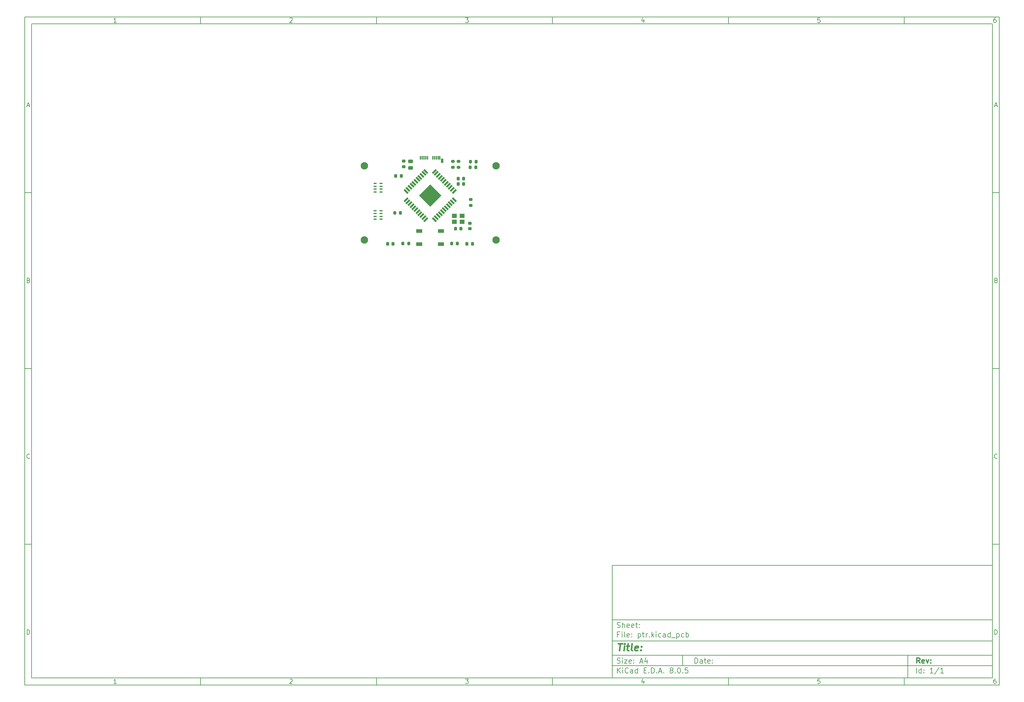
<source format=gbr>
%TF.GenerationSoftware,KiCad,Pcbnew,8.0.5*%
%TF.CreationDate,2024-11-03T20:33:15+08:00*%
%TF.ProjectId,ptr,7074722e-6b69-4636-9164-5f7063625858,rev?*%
%TF.SameCoordinates,Original*%
%TF.FileFunction,Soldermask,Bot*%
%TF.FilePolarity,Negative*%
%FSLAX46Y46*%
G04 Gerber Fmt 4.6, Leading zero omitted, Abs format (unit mm)*
G04 Created by KiCad (PCBNEW 8.0.5) date 2024-11-03 20:33:15*
%MOMM*%
%LPD*%
G01*
G04 APERTURE LIST*
G04 Aperture macros list*
%AMRoundRect*
0 Rectangle with rounded corners*
0 $1 Rounding radius*
0 $2 $3 $4 $5 $6 $7 $8 $9 X,Y pos of 4 corners*
0 Add a 4 corners polygon primitive as box body*
4,1,4,$2,$3,$4,$5,$6,$7,$8,$9,$2,$3,0*
0 Add four circle primitives for the rounded corners*
1,1,$1+$1,$2,$3*
1,1,$1+$1,$4,$5*
1,1,$1+$1,$6,$7*
1,1,$1+$1,$8,$9*
0 Add four rect primitives between the rounded corners*
20,1,$1+$1,$2,$3,$4,$5,0*
20,1,$1+$1,$4,$5,$6,$7,0*
20,1,$1+$1,$6,$7,$8,$9,0*
20,1,$1+$1,$8,$9,$2,$3,0*%
%AMRotRect*
0 Rectangle, with rotation*
0 The origin of the aperture is its center*
0 $1 length*
0 $2 width*
0 $3 Rotation angle, in degrees counterclockwise*
0 Add horizontal line*
21,1,$1,$2,0,0,$3*%
G04 Aperture macros list end*
%ADD10C,0.100000*%
%ADD11C,0.150000*%
%ADD12C,0.300000*%
%ADD13C,0.400000*%
%ADD14C,2.100000*%
%ADD15R,0.380000X1.000000*%
%ADD16R,0.700000X1.150000*%
%ADD17RoundRect,0.218750X0.218750X0.256250X-0.218750X0.256250X-0.218750X-0.256250X0.218750X-0.256250X0*%
%ADD18RoundRect,0.243750X-0.456250X0.243750X-0.456250X-0.243750X0.456250X-0.243750X0.456250X0.243750X0*%
%ADD19RoundRect,0.225000X-0.225000X-0.250000X0.225000X-0.250000X0.225000X0.250000X-0.225000X0.250000X0*%
%ADD20RoundRect,0.225000X-0.250000X0.225000X-0.250000X-0.225000X0.250000X-0.225000X0.250000X0.225000X0*%
%ADD21RoundRect,0.200000X-0.275000X0.200000X-0.275000X-0.200000X0.275000X-0.200000X0.275000X0.200000X0*%
%ADD22RoundRect,0.200000X-0.200000X-0.275000X0.200000X-0.275000X0.200000X0.275000X-0.200000X0.275000X0*%
%ADD23R,1.800000X1.100000*%
%ADD24RoundRect,0.218750X-0.218750X-0.256250X0.218750X-0.256250X0.218750X0.256250X-0.218750X0.256250X0*%
%ADD25R,1.400000X1.200000*%
%ADD26R,0.900000X0.400000*%
%ADD27RoundRect,0.200000X0.200000X0.275000X-0.200000X0.275000X-0.200000X-0.275000X0.200000X-0.275000X0*%
%ADD28RoundRect,0.225000X0.225000X0.250000X-0.225000X0.250000X-0.225000X-0.250000X0.225000X-0.250000X0*%
%ADD29RoundRect,0.200000X0.275000X-0.200000X0.275000X0.200000X-0.275000X0.200000X-0.275000X-0.200000X0*%
%ADD30RoundRect,0.225000X0.250000X-0.225000X0.250000X0.225000X-0.250000X0.225000X-0.250000X-0.225000X0*%
%ADD31RotRect,1.500000X0.550000X225.000000*%
%ADD32RotRect,1.500000X0.550000X135.000000*%
%ADD33RotRect,4.500000X4.500000X225.000000*%
G04 APERTURE END LIST*
D10*
D11*
X177002200Y-166007200D02*
X285002200Y-166007200D01*
X285002200Y-198007200D01*
X177002200Y-198007200D01*
X177002200Y-166007200D01*
D10*
D11*
X10000000Y-10000000D02*
X287002200Y-10000000D01*
X287002200Y-200007200D01*
X10000000Y-200007200D01*
X10000000Y-10000000D01*
D10*
D11*
X12000000Y-12000000D02*
X285002200Y-12000000D01*
X285002200Y-198007200D01*
X12000000Y-198007200D01*
X12000000Y-12000000D01*
D10*
D11*
X60000000Y-12000000D02*
X60000000Y-10000000D01*
D10*
D11*
X110000000Y-12000000D02*
X110000000Y-10000000D01*
D10*
D11*
X160000000Y-12000000D02*
X160000000Y-10000000D01*
D10*
D11*
X210000000Y-12000000D02*
X210000000Y-10000000D01*
D10*
D11*
X260000000Y-12000000D02*
X260000000Y-10000000D01*
D10*
D11*
X36089160Y-11593604D02*
X35346303Y-11593604D01*
X35717731Y-11593604D02*
X35717731Y-10293604D01*
X35717731Y-10293604D02*
X35593922Y-10479319D01*
X35593922Y-10479319D02*
X35470112Y-10603128D01*
X35470112Y-10603128D02*
X35346303Y-10665033D01*
D10*
D11*
X85346303Y-10417414D02*
X85408207Y-10355509D01*
X85408207Y-10355509D02*
X85532017Y-10293604D01*
X85532017Y-10293604D02*
X85841541Y-10293604D01*
X85841541Y-10293604D02*
X85965350Y-10355509D01*
X85965350Y-10355509D02*
X86027255Y-10417414D01*
X86027255Y-10417414D02*
X86089160Y-10541223D01*
X86089160Y-10541223D02*
X86089160Y-10665033D01*
X86089160Y-10665033D02*
X86027255Y-10850747D01*
X86027255Y-10850747D02*
X85284398Y-11593604D01*
X85284398Y-11593604D02*
X86089160Y-11593604D01*
D10*
D11*
X135284398Y-10293604D02*
X136089160Y-10293604D01*
X136089160Y-10293604D02*
X135655826Y-10788842D01*
X135655826Y-10788842D02*
X135841541Y-10788842D01*
X135841541Y-10788842D02*
X135965350Y-10850747D01*
X135965350Y-10850747D02*
X136027255Y-10912652D01*
X136027255Y-10912652D02*
X136089160Y-11036461D01*
X136089160Y-11036461D02*
X136089160Y-11345985D01*
X136089160Y-11345985D02*
X136027255Y-11469795D01*
X136027255Y-11469795D02*
X135965350Y-11531700D01*
X135965350Y-11531700D02*
X135841541Y-11593604D01*
X135841541Y-11593604D02*
X135470112Y-11593604D01*
X135470112Y-11593604D02*
X135346303Y-11531700D01*
X135346303Y-11531700D02*
X135284398Y-11469795D01*
D10*
D11*
X185965350Y-10726938D02*
X185965350Y-11593604D01*
X185655826Y-10231700D02*
X185346303Y-11160271D01*
X185346303Y-11160271D02*
X186151064Y-11160271D01*
D10*
D11*
X236027255Y-10293604D02*
X235408207Y-10293604D01*
X235408207Y-10293604D02*
X235346303Y-10912652D01*
X235346303Y-10912652D02*
X235408207Y-10850747D01*
X235408207Y-10850747D02*
X235532017Y-10788842D01*
X235532017Y-10788842D02*
X235841541Y-10788842D01*
X235841541Y-10788842D02*
X235965350Y-10850747D01*
X235965350Y-10850747D02*
X236027255Y-10912652D01*
X236027255Y-10912652D02*
X236089160Y-11036461D01*
X236089160Y-11036461D02*
X236089160Y-11345985D01*
X236089160Y-11345985D02*
X236027255Y-11469795D01*
X236027255Y-11469795D02*
X235965350Y-11531700D01*
X235965350Y-11531700D02*
X235841541Y-11593604D01*
X235841541Y-11593604D02*
X235532017Y-11593604D01*
X235532017Y-11593604D02*
X235408207Y-11531700D01*
X235408207Y-11531700D02*
X235346303Y-11469795D01*
D10*
D11*
X285965350Y-10293604D02*
X285717731Y-10293604D01*
X285717731Y-10293604D02*
X285593922Y-10355509D01*
X285593922Y-10355509D02*
X285532017Y-10417414D01*
X285532017Y-10417414D02*
X285408207Y-10603128D01*
X285408207Y-10603128D02*
X285346303Y-10850747D01*
X285346303Y-10850747D02*
X285346303Y-11345985D01*
X285346303Y-11345985D02*
X285408207Y-11469795D01*
X285408207Y-11469795D02*
X285470112Y-11531700D01*
X285470112Y-11531700D02*
X285593922Y-11593604D01*
X285593922Y-11593604D02*
X285841541Y-11593604D01*
X285841541Y-11593604D02*
X285965350Y-11531700D01*
X285965350Y-11531700D02*
X286027255Y-11469795D01*
X286027255Y-11469795D02*
X286089160Y-11345985D01*
X286089160Y-11345985D02*
X286089160Y-11036461D01*
X286089160Y-11036461D02*
X286027255Y-10912652D01*
X286027255Y-10912652D02*
X285965350Y-10850747D01*
X285965350Y-10850747D02*
X285841541Y-10788842D01*
X285841541Y-10788842D02*
X285593922Y-10788842D01*
X285593922Y-10788842D02*
X285470112Y-10850747D01*
X285470112Y-10850747D02*
X285408207Y-10912652D01*
X285408207Y-10912652D02*
X285346303Y-11036461D01*
D10*
D11*
X60000000Y-198007200D02*
X60000000Y-200007200D01*
D10*
D11*
X110000000Y-198007200D02*
X110000000Y-200007200D01*
D10*
D11*
X160000000Y-198007200D02*
X160000000Y-200007200D01*
D10*
D11*
X210000000Y-198007200D02*
X210000000Y-200007200D01*
D10*
D11*
X260000000Y-198007200D02*
X260000000Y-200007200D01*
D10*
D11*
X36089160Y-199600804D02*
X35346303Y-199600804D01*
X35717731Y-199600804D02*
X35717731Y-198300804D01*
X35717731Y-198300804D02*
X35593922Y-198486519D01*
X35593922Y-198486519D02*
X35470112Y-198610328D01*
X35470112Y-198610328D02*
X35346303Y-198672233D01*
D10*
D11*
X85346303Y-198424614D02*
X85408207Y-198362709D01*
X85408207Y-198362709D02*
X85532017Y-198300804D01*
X85532017Y-198300804D02*
X85841541Y-198300804D01*
X85841541Y-198300804D02*
X85965350Y-198362709D01*
X85965350Y-198362709D02*
X86027255Y-198424614D01*
X86027255Y-198424614D02*
X86089160Y-198548423D01*
X86089160Y-198548423D02*
X86089160Y-198672233D01*
X86089160Y-198672233D02*
X86027255Y-198857947D01*
X86027255Y-198857947D02*
X85284398Y-199600804D01*
X85284398Y-199600804D02*
X86089160Y-199600804D01*
D10*
D11*
X135284398Y-198300804D02*
X136089160Y-198300804D01*
X136089160Y-198300804D02*
X135655826Y-198796042D01*
X135655826Y-198796042D02*
X135841541Y-198796042D01*
X135841541Y-198796042D02*
X135965350Y-198857947D01*
X135965350Y-198857947D02*
X136027255Y-198919852D01*
X136027255Y-198919852D02*
X136089160Y-199043661D01*
X136089160Y-199043661D02*
X136089160Y-199353185D01*
X136089160Y-199353185D02*
X136027255Y-199476995D01*
X136027255Y-199476995D02*
X135965350Y-199538900D01*
X135965350Y-199538900D02*
X135841541Y-199600804D01*
X135841541Y-199600804D02*
X135470112Y-199600804D01*
X135470112Y-199600804D02*
X135346303Y-199538900D01*
X135346303Y-199538900D02*
X135284398Y-199476995D01*
D10*
D11*
X185965350Y-198734138D02*
X185965350Y-199600804D01*
X185655826Y-198238900D02*
X185346303Y-199167471D01*
X185346303Y-199167471D02*
X186151064Y-199167471D01*
D10*
D11*
X236027255Y-198300804D02*
X235408207Y-198300804D01*
X235408207Y-198300804D02*
X235346303Y-198919852D01*
X235346303Y-198919852D02*
X235408207Y-198857947D01*
X235408207Y-198857947D02*
X235532017Y-198796042D01*
X235532017Y-198796042D02*
X235841541Y-198796042D01*
X235841541Y-198796042D02*
X235965350Y-198857947D01*
X235965350Y-198857947D02*
X236027255Y-198919852D01*
X236027255Y-198919852D02*
X236089160Y-199043661D01*
X236089160Y-199043661D02*
X236089160Y-199353185D01*
X236089160Y-199353185D02*
X236027255Y-199476995D01*
X236027255Y-199476995D02*
X235965350Y-199538900D01*
X235965350Y-199538900D02*
X235841541Y-199600804D01*
X235841541Y-199600804D02*
X235532017Y-199600804D01*
X235532017Y-199600804D02*
X235408207Y-199538900D01*
X235408207Y-199538900D02*
X235346303Y-199476995D01*
D10*
D11*
X285965350Y-198300804D02*
X285717731Y-198300804D01*
X285717731Y-198300804D02*
X285593922Y-198362709D01*
X285593922Y-198362709D02*
X285532017Y-198424614D01*
X285532017Y-198424614D02*
X285408207Y-198610328D01*
X285408207Y-198610328D02*
X285346303Y-198857947D01*
X285346303Y-198857947D02*
X285346303Y-199353185D01*
X285346303Y-199353185D02*
X285408207Y-199476995D01*
X285408207Y-199476995D02*
X285470112Y-199538900D01*
X285470112Y-199538900D02*
X285593922Y-199600804D01*
X285593922Y-199600804D02*
X285841541Y-199600804D01*
X285841541Y-199600804D02*
X285965350Y-199538900D01*
X285965350Y-199538900D02*
X286027255Y-199476995D01*
X286027255Y-199476995D02*
X286089160Y-199353185D01*
X286089160Y-199353185D02*
X286089160Y-199043661D01*
X286089160Y-199043661D02*
X286027255Y-198919852D01*
X286027255Y-198919852D02*
X285965350Y-198857947D01*
X285965350Y-198857947D02*
X285841541Y-198796042D01*
X285841541Y-198796042D02*
X285593922Y-198796042D01*
X285593922Y-198796042D02*
X285470112Y-198857947D01*
X285470112Y-198857947D02*
X285408207Y-198919852D01*
X285408207Y-198919852D02*
X285346303Y-199043661D01*
D10*
D11*
X10000000Y-60000000D02*
X12000000Y-60000000D01*
D10*
D11*
X10000000Y-110000000D02*
X12000000Y-110000000D01*
D10*
D11*
X10000000Y-160000000D02*
X12000000Y-160000000D01*
D10*
D11*
X10690476Y-35222176D02*
X11309523Y-35222176D01*
X10566666Y-35593604D02*
X10999999Y-34293604D01*
X10999999Y-34293604D02*
X11433333Y-35593604D01*
D10*
D11*
X11092857Y-84912652D02*
X11278571Y-84974557D01*
X11278571Y-84974557D02*
X11340476Y-85036461D01*
X11340476Y-85036461D02*
X11402380Y-85160271D01*
X11402380Y-85160271D02*
X11402380Y-85345985D01*
X11402380Y-85345985D02*
X11340476Y-85469795D01*
X11340476Y-85469795D02*
X11278571Y-85531700D01*
X11278571Y-85531700D02*
X11154761Y-85593604D01*
X11154761Y-85593604D02*
X10659523Y-85593604D01*
X10659523Y-85593604D02*
X10659523Y-84293604D01*
X10659523Y-84293604D02*
X11092857Y-84293604D01*
X11092857Y-84293604D02*
X11216666Y-84355509D01*
X11216666Y-84355509D02*
X11278571Y-84417414D01*
X11278571Y-84417414D02*
X11340476Y-84541223D01*
X11340476Y-84541223D02*
X11340476Y-84665033D01*
X11340476Y-84665033D02*
X11278571Y-84788842D01*
X11278571Y-84788842D02*
X11216666Y-84850747D01*
X11216666Y-84850747D02*
X11092857Y-84912652D01*
X11092857Y-84912652D02*
X10659523Y-84912652D01*
D10*
D11*
X11402380Y-135469795D02*
X11340476Y-135531700D01*
X11340476Y-135531700D02*
X11154761Y-135593604D01*
X11154761Y-135593604D02*
X11030952Y-135593604D01*
X11030952Y-135593604D02*
X10845238Y-135531700D01*
X10845238Y-135531700D02*
X10721428Y-135407890D01*
X10721428Y-135407890D02*
X10659523Y-135284080D01*
X10659523Y-135284080D02*
X10597619Y-135036461D01*
X10597619Y-135036461D02*
X10597619Y-134850747D01*
X10597619Y-134850747D02*
X10659523Y-134603128D01*
X10659523Y-134603128D02*
X10721428Y-134479319D01*
X10721428Y-134479319D02*
X10845238Y-134355509D01*
X10845238Y-134355509D02*
X11030952Y-134293604D01*
X11030952Y-134293604D02*
X11154761Y-134293604D01*
X11154761Y-134293604D02*
X11340476Y-134355509D01*
X11340476Y-134355509D02*
X11402380Y-134417414D01*
D10*
D11*
X10659523Y-185593604D02*
X10659523Y-184293604D01*
X10659523Y-184293604D02*
X10969047Y-184293604D01*
X10969047Y-184293604D02*
X11154761Y-184355509D01*
X11154761Y-184355509D02*
X11278571Y-184479319D01*
X11278571Y-184479319D02*
X11340476Y-184603128D01*
X11340476Y-184603128D02*
X11402380Y-184850747D01*
X11402380Y-184850747D02*
X11402380Y-185036461D01*
X11402380Y-185036461D02*
X11340476Y-185284080D01*
X11340476Y-185284080D02*
X11278571Y-185407890D01*
X11278571Y-185407890D02*
X11154761Y-185531700D01*
X11154761Y-185531700D02*
X10969047Y-185593604D01*
X10969047Y-185593604D02*
X10659523Y-185593604D01*
D10*
D11*
X287002200Y-60000000D02*
X285002200Y-60000000D01*
D10*
D11*
X287002200Y-110000000D02*
X285002200Y-110000000D01*
D10*
D11*
X287002200Y-160000000D02*
X285002200Y-160000000D01*
D10*
D11*
X285692676Y-35222176D02*
X286311723Y-35222176D01*
X285568866Y-35593604D02*
X286002199Y-34293604D01*
X286002199Y-34293604D02*
X286435533Y-35593604D01*
D10*
D11*
X286095057Y-84912652D02*
X286280771Y-84974557D01*
X286280771Y-84974557D02*
X286342676Y-85036461D01*
X286342676Y-85036461D02*
X286404580Y-85160271D01*
X286404580Y-85160271D02*
X286404580Y-85345985D01*
X286404580Y-85345985D02*
X286342676Y-85469795D01*
X286342676Y-85469795D02*
X286280771Y-85531700D01*
X286280771Y-85531700D02*
X286156961Y-85593604D01*
X286156961Y-85593604D02*
X285661723Y-85593604D01*
X285661723Y-85593604D02*
X285661723Y-84293604D01*
X285661723Y-84293604D02*
X286095057Y-84293604D01*
X286095057Y-84293604D02*
X286218866Y-84355509D01*
X286218866Y-84355509D02*
X286280771Y-84417414D01*
X286280771Y-84417414D02*
X286342676Y-84541223D01*
X286342676Y-84541223D02*
X286342676Y-84665033D01*
X286342676Y-84665033D02*
X286280771Y-84788842D01*
X286280771Y-84788842D02*
X286218866Y-84850747D01*
X286218866Y-84850747D02*
X286095057Y-84912652D01*
X286095057Y-84912652D02*
X285661723Y-84912652D01*
D10*
D11*
X286404580Y-135469795D02*
X286342676Y-135531700D01*
X286342676Y-135531700D02*
X286156961Y-135593604D01*
X286156961Y-135593604D02*
X286033152Y-135593604D01*
X286033152Y-135593604D02*
X285847438Y-135531700D01*
X285847438Y-135531700D02*
X285723628Y-135407890D01*
X285723628Y-135407890D02*
X285661723Y-135284080D01*
X285661723Y-135284080D02*
X285599819Y-135036461D01*
X285599819Y-135036461D02*
X285599819Y-134850747D01*
X285599819Y-134850747D02*
X285661723Y-134603128D01*
X285661723Y-134603128D02*
X285723628Y-134479319D01*
X285723628Y-134479319D02*
X285847438Y-134355509D01*
X285847438Y-134355509D02*
X286033152Y-134293604D01*
X286033152Y-134293604D02*
X286156961Y-134293604D01*
X286156961Y-134293604D02*
X286342676Y-134355509D01*
X286342676Y-134355509D02*
X286404580Y-134417414D01*
D10*
D11*
X285661723Y-185593604D02*
X285661723Y-184293604D01*
X285661723Y-184293604D02*
X285971247Y-184293604D01*
X285971247Y-184293604D02*
X286156961Y-184355509D01*
X286156961Y-184355509D02*
X286280771Y-184479319D01*
X286280771Y-184479319D02*
X286342676Y-184603128D01*
X286342676Y-184603128D02*
X286404580Y-184850747D01*
X286404580Y-184850747D02*
X286404580Y-185036461D01*
X286404580Y-185036461D02*
X286342676Y-185284080D01*
X286342676Y-185284080D02*
X286280771Y-185407890D01*
X286280771Y-185407890D02*
X286156961Y-185531700D01*
X286156961Y-185531700D02*
X285971247Y-185593604D01*
X285971247Y-185593604D02*
X285661723Y-185593604D01*
D10*
D11*
X200458026Y-193793328D02*
X200458026Y-192293328D01*
X200458026Y-192293328D02*
X200815169Y-192293328D01*
X200815169Y-192293328D02*
X201029455Y-192364757D01*
X201029455Y-192364757D02*
X201172312Y-192507614D01*
X201172312Y-192507614D02*
X201243741Y-192650471D01*
X201243741Y-192650471D02*
X201315169Y-192936185D01*
X201315169Y-192936185D02*
X201315169Y-193150471D01*
X201315169Y-193150471D02*
X201243741Y-193436185D01*
X201243741Y-193436185D02*
X201172312Y-193579042D01*
X201172312Y-193579042D02*
X201029455Y-193721900D01*
X201029455Y-193721900D02*
X200815169Y-193793328D01*
X200815169Y-193793328D02*
X200458026Y-193793328D01*
X202600884Y-193793328D02*
X202600884Y-193007614D01*
X202600884Y-193007614D02*
X202529455Y-192864757D01*
X202529455Y-192864757D02*
X202386598Y-192793328D01*
X202386598Y-192793328D02*
X202100884Y-192793328D01*
X202100884Y-192793328D02*
X201958026Y-192864757D01*
X202600884Y-193721900D02*
X202458026Y-193793328D01*
X202458026Y-193793328D02*
X202100884Y-193793328D01*
X202100884Y-193793328D02*
X201958026Y-193721900D01*
X201958026Y-193721900D02*
X201886598Y-193579042D01*
X201886598Y-193579042D02*
X201886598Y-193436185D01*
X201886598Y-193436185D02*
X201958026Y-193293328D01*
X201958026Y-193293328D02*
X202100884Y-193221900D01*
X202100884Y-193221900D02*
X202458026Y-193221900D01*
X202458026Y-193221900D02*
X202600884Y-193150471D01*
X203100884Y-192793328D02*
X203672312Y-192793328D01*
X203315169Y-192293328D02*
X203315169Y-193579042D01*
X203315169Y-193579042D02*
X203386598Y-193721900D01*
X203386598Y-193721900D02*
X203529455Y-193793328D01*
X203529455Y-193793328D02*
X203672312Y-193793328D01*
X204743741Y-193721900D02*
X204600884Y-193793328D01*
X204600884Y-193793328D02*
X204315170Y-193793328D01*
X204315170Y-193793328D02*
X204172312Y-193721900D01*
X204172312Y-193721900D02*
X204100884Y-193579042D01*
X204100884Y-193579042D02*
X204100884Y-193007614D01*
X204100884Y-193007614D02*
X204172312Y-192864757D01*
X204172312Y-192864757D02*
X204315170Y-192793328D01*
X204315170Y-192793328D02*
X204600884Y-192793328D01*
X204600884Y-192793328D02*
X204743741Y-192864757D01*
X204743741Y-192864757D02*
X204815170Y-193007614D01*
X204815170Y-193007614D02*
X204815170Y-193150471D01*
X204815170Y-193150471D02*
X204100884Y-193293328D01*
X205458026Y-193650471D02*
X205529455Y-193721900D01*
X205529455Y-193721900D02*
X205458026Y-193793328D01*
X205458026Y-193793328D02*
X205386598Y-193721900D01*
X205386598Y-193721900D02*
X205458026Y-193650471D01*
X205458026Y-193650471D02*
X205458026Y-193793328D01*
X205458026Y-192864757D02*
X205529455Y-192936185D01*
X205529455Y-192936185D02*
X205458026Y-193007614D01*
X205458026Y-193007614D02*
X205386598Y-192936185D01*
X205386598Y-192936185D02*
X205458026Y-192864757D01*
X205458026Y-192864757D02*
X205458026Y-193007614D01*
D10*
D11*
X177002200Y-194507200D02*
X285002200Y-194507200D01*
D10*
D11*
X178458026Y-196593328D02*
X178458026Y-195093328D01*
X179315169Y-196593328D02*
X178672312Y-195736185D01*
X179315169Y-195093328D02*
X178458026Y-195950471D01*
X179958026Y-196593328D02*
X179958026Y-195593328D01*
X179958026Y-195093328D02*
X179886598Y-195164757D01*
X179886598Y-195164757D02*
X179958026Y-195236185D01*
X179958026Y-195236185D02*
X180029455Y-195164757D01*
X180029455Y-195164757D02*
X179958026Y-195093328D01*
X179958026Y-195093328D02*
X179958026Y-195236185D01*
X181529455Y-196450471D02*
X181458027Y-196521900D01*
X181458027Y-196521900D02*
X181243741Y-196593328D01*
X181243741Y-196593328D02*
X181100884Y-196593328D01*
X181100884Y-196593328D02*
X180886598Y-196521900D01*
X180886598Y-196521900D02*
X180743741Y-196379042D01*
X180743741Y-196379042D02*
X180672312Y-196236185D01*
X180672312Y-196236185D02*
X180600884Y-195950471D01*
X180600884Y-195950471D02*
X180600884Y-195736185D01*
X180600884Y-195736185D02*
X180672312Y-195450471D01*
X180672312Y-195450471D02*
X180743741Y-195307614D01*
X180743741Y-195307614D02*
X180886598Y-195164757D01*
X180886598Y-195164757D02*
X181100884Y-195093328D01*
X181100884Y-195093328D02*
X181243741Y-195093328D01*
X181243741Y-195093328D02*
X181458027Y-195164757D01*
X181458027Y-195164757D02*
X181529455Y-195236185D01*
X182815170Y-196593328D02*
X182815170Y-195807614D01*
X182815170Y-195807614D02*
X182743741Y-195664757D01*
X182743741Y-195664757D02*
X182600884Y-195593328D01*
X182600884Y-195593328D02*
X182315170Y-195593328D01*
X182315170Y-195593328D02*
X182172312Y-195664757D01*
X182815170Y-196521900D02*
X182672312Y-196593328D01*
X182672312Y-196593328D02*
X182315170Y-196593328D01*
X182315170Y-196593328D02*
X182172312Y-196521900D01*
X182172312Y-196521900D02*
X182100884Y-196379042D01*
X182100884Y-196379042D02*
X182100884Y-196236185D01*
X182100884Y-196236185D02*
X182172312Y-196093328D01*
X182172312Y-196093328D02*
X182315170Y-196021900D01*
X182315170Y-196021900D02*
X182672312Y-196021900D01*
X182672312Y-196021900D02*
X182815170Y-195950471D01*
X184172313Y-196593328D02*
X184172313Y-195093328D01*
X184172313Y-196521900D02*
X184029455Y-196593328D01*
X184029455Y-196593328D02*
X183743741Y-196593328D01*
X183743741Y-196593328D02*
X183600884Y-196521900D01*
X183600884Y-196521900D02*
X183529455Y-196450471D01*
X183529455Y-196450471D02*
X183458027Y-196307614D01*
X183458027Y-196307614D02*
X183458027Y-195879042D01*
X183458027Y-195879042D02*
X183529455Y-195736185D01*
X183529455Y-195736185D02*
X183600884Y-195664757D01*
X183600884Y-195664757D02*
X183743741Y-195593328D01*
X183743741Y-195593328D02*
X184029455Y-195593328D01*
X184029455Y-195593328D02*
X184172313Y-195664757D01*
X186029455Y-195807614D02*
X186529455Y-195807614D01*
X186743741Y-196593328D02*
X186029455Y-196593328D01*
X186029455Y-196593328D02*
X186029455Y-195093328D01*
X186029455Y-195093328D02*
X186743741Y-195093328D01*
X187386598Y-196450471D02*
X187458027Y-196521900D01*
X187458027Y-196521900D02*
X187386598Y-196593328D01*
X187386598Y-196593328D02*
X187315170Y-196521900D01*
X187315170Y-196521900D02*
X187386598Y-196450471D01*
X187386598Y-196450471D02*
X187386598Y-196593328D01*
X188100884Y-196593328D02*
X188100884Y-195093328D01*
X188100884Y-195093328D02*
X188458027Y-195093328D01*
X188458027Y-195093328D02*
X188672313Y-195164757D01*
X188672313Y-195164757D02*
X188815170Y-195307614D01*
X188815170Y-195307614D02*
X188886599Y-195450471D01*
X188886599Y-195450471D02*
X188958027Y-195736185D01*
X188958027Y-195736185D02*
X188958027Y-195950471D01*
X188958027Y-195950471D02*
X188886599Y-196236185D01*
X188886599Y-196236185D02*
X188815170Y-196379042D01*
X188815170Y-196379042D02*
X188672313Y-196521900D01*
X188672313Y-196521900D02*
X188458027Y-196593328D01*
X188458027Y-196593328D02*
X188100884Y-196593328D01*
X189600884Y-196450471D02*
X189672313Y-196521900D01*
X189672313Y-196521900D02*
X189600884Y-196593328D01*
X189600884Y-196593328D02*
X189529456Y-196521900D01*
X189529456Y-196521900D02*
X189600884Y-196450471D01*
X189600884Y-196450471D02*
X189600884Y-196593328D01*
X190243742Y-196164757D02*
X190958028Y-196164757D01*
X190100885Y-196593328D02*
X190600885Y-195093328D01*
X190600885Y-195093328D02*
X191100885Y-196593328D01*
X191600884Y-196450471D02*
X191672313Y-196521900D01*
X191672313Y-196521900D02*
X191600884Y-196593328D01*
X191600884Y-196593328D02*
X191529456Y-196521900D01*
X191529456Y-196521900D02*
X191600884Y-196450471D01*
X191600884Y-196450471D02*
X191600884Y-196593328D01*
X193672313Y-195736185D02*
X193529456Y-195664757D01*
X193529456Y-195664757D02*
X193458027Y-195593328D01*
X193458027Y-195593328D02*
X193386599Y-195450471D01*
X193386599Y-195450471D02*
X193386599Y-195379042D01*
X193386599Y-195379042D02*
X193458027Y-195236185D01*
X193458027Y-195236185D02*
X193529456Y-195164757D01*
X193529456Y-195164757D02*
X193672313Y-195093328D01*
X193672313Y-195093328D02*
X193958027Y-195093328D01*
X193958027Y-195093328D02*
X194100885Y-195164757D01*
X194100885Y-195164757D02*
X194172313Y-195236185D01*
X194172313Y-195236185D02*
X194243742Y-195379042D01*
X194243742Y-195379042D02*
X194243742Y-195450471D01*
X194243742Y-195450471D02*
X194172313Y-195593328D01*
X194172313Y-195593328D02*
X194100885Y-195664757D01*
X194100885Y-195664757D02*
X193958027Y-195736185D01*
X193958027Y-195736185D02*
X193672313Y-195736185D01*
X193672313Y-195736185D02*
X193529456Y-195807614D01*
X193529456Y-195807614D02*
X193458027Y-195879042D01*
X193458027Y-195879042D02*
X193386599Y-196021900D01*
X193386599Y-196021900D02*
X193386599Y-196307614D01*
X193386599Y-196307614D02*
X193458027Y-196450471D01*
X193458027Y-196450471D02*
X193529456Y-196521900D01*
X193529456Y-196521900D02*
X193672313Y-196593328D01*
X193672313Y-196593328D02*
X193958027Y-196593328D01*
X193958027Y-196593328D02*
X194100885Y-196521900D01*
X194100885Y-196521900D02*
X194172313Y-196450471D01*
X194172313Y-196450471D02*
X194243742Y-196307614D01*
X194243742Y-196307614D02*
X194243742Y-196021900D01*
X194243742Y-196021900D02*
X194172313Y-195879042D01*
X194172313Y-195879042D02*
X194100885Y-195807614D01*
X194100885Y-195807614D02*
X193958027Y-195736185D01*
X194886598Y-196450471D02*
X194958027Y-196521900D01*
X194958027Y-196521900D02*
X194886598Y-196593328D01*
X194886598Y-196593328D02*
X194815170Y-196521900D01*
X194815170Y-196521900D02*
X194886598Y-196450471D01*
X194886598Y-196450471D02*
X194886598Y-196593328D01*
X195886599Y-195093328D02*
X196029456Y-195093328D01*
X196029456Y-195093328D02*
X196172313Y-195164757D01*
X196172313Y-195164757D02*
X196243742Y-195236185D01*
X196243742Y-195236185D02*
X196315170Y-195379042D01*
X196315170Y-195379042D02*
X196386599Y-195664757D01*
X196386599Y-195664757D02*
X196386599Y-196021900D01*
X196386599Y-196021900D02*
X196315170Y-196307614D01*
X196315170Y-196307614D02*
X196243742Y-196450471D01*
X196243742Y-196450471D02*
X196172313Y-196521900D01*
X196172313Y-196521900D02*
X196029456Y-196593328D01*
X196029456Y-196593328D02*
X195886599Y-196593328D01*
X195886599Y-196593328D02*
X195743742Y-196521900D01*
X195743742Y-196521900D02*
X195672313Y-196450471D01*
X195672313Y-196450471D02*
X195600884Y-196307614D01*
X195600884Y-196307614D02*
X195529456Y-196021900D01*
X195529456Y-196021900D02*
X195529456Y-195664757D01*
X195529456Y-195664757D02*
X195600884Y-195379042D01*
X195600884Y-195379042D02*
X195672313Y-195236185D01*
X195672313Y-195236185D02*
X195743742Y-195164757D01*
X195743742Y-195164757D02*
X195886599Y-195093328D01*
X197029455Y-196450471D02*
X197100884Y-196521900D01*
X197100884Y-196521900D02*
X197029455Y-196593328D01*
X197029455Y-196593328D02*
X196958027Y-196521900D01*
X196958027Y-196521900D02*
X197029455Y-196450471D01*
X197029455Y-196450471D02*
X197029455Y-196593328D01*
X198458027Y-195093328D02*
X197743741Y-195093328D01*
X197743741Y-195093328D02*
X197672313Y-195807614D01*
X197672313Y-195807614D02*
X197743741Y-195736185D01*
X197743741Y-195736185D02*
X197886599Y-195664757D01*
X197886599Y-195664757D02*
X198243741Y-195664757D01*
X198243741Y-195664757D02*
X198386599Y-195736185D01*
X198386599Y-195736185D02*
X198458027Y-195807614D01*
X198458027Y-195807614D02*
X198529456Y-195950471D01*
X198529456Y-195950471D02*
X198529456Y-196307614D01*
X198529456Y-196307614D02*
X198458027Y-196450471D01*
X198458027Y-196450471D02*
X198386599Y-196521900D01*
X198386599Y-196521900D02*
X198243741Y-196593328D01*
X198243741Y-196593328D02*
X197886599Y-196593328D01*
X197886599Y-196593328D02*
X197743741Y-196521900D01*
X197743741Y-196521900D02*
X197672313Y-196450471D01*
D10*
D11*
X177002200Y-191507200D02*
X285002200Y-191507200D01*
D10*
D12*
X264413853Y-193785528D02*
X263913853Y-193071242D01*
X263556710Y-193785528D02*
X263556710Y-192285528D01*
X263556710Y-192285528D02*
X264128139Y-192285528D01*
X264128139Y-192285528D02*
X264270996Y-192356957D01*
X264270996Y-192356957D02*
X264342425Y-192428385D01*
X264342425Y-192428385D02*
X264413853Y-192571242D01*
X264413853Y-192571242D02*
X264413853Y-192785528D01*
X264413853Y-192785528D02*
X264342425Y-192928385D01*
X264342425Y-192928385D02*
X264270996Y-192999814D01*
X264270996Y-192999814D02*
X264128139Y-193071242D01*
X264128139Y-193071242D02*
X263556710Y-193071242D01*
X265628139Y-193714100D02*
X265485282Y-193785528D01*
X265485282Y-193785528D02*
X265199568Y-193785528D01*
X265199568Y-193785528D02*
X265056710Y-193714100D01*
X265056710Y-193714100D02*
X264985282Y-193571242D01*
X264985282Y-193571242D02*
X264985282Y-192999814D01*
X264985282Y-192999814D02*
X265056710Y-192856957D01*
X265056710Y-192856957D02*
X265199568Y-192785528D01*
X265199568Y-192785528D02*
X265485282Y-192785528D01*
X265485282Y-192785528D02*
X265628139Y-192856957D01*
X265628139Y-192856957D02*
X265699568Y-192999814D01*
X265699568Y-192999814D02*
X265699568Y-193142671D01*
X265699568Y-193142671D02*
X264985282Y-193285528D01*
X266199567Y-192785528D02*
X266556710Y-193785528D01*
X266556710Y-193785528D02*
X266913853Y-192785528D01*
X267485281Y-193642671D02*
X267556710Y-193714100D01*
X267556710Y-193714100D02*
X267485281Y-193785528D01*
X267485281Y-193785528D02*
X267413853Y-193714100D01*
X267413853Y-193714100D02*
X267485281Y-193642671D01*
X267485281Y-193642671D02*
X267485281Y-193785528D01*
X267485281Y-192856957D02*
X267556710Y-192928385D01*
X267556710Y-192928385D02*
X267485281Y-192999814D01*
X267485281Y-192999814D02*
X267413853Y-192928385D01*
X267413853Y-192928385D02*
X267485281Y-192856957D01*
X267485281Y-192856957D02*
X267485281Y-192999814D01*
D10*
D11*
X178386598Y-193721900D02*
X178600884Y-193793328D01*
X178600884Y-193793328D02*
X178958026Y-193793328D01*
X178958026Y-193793328D02*
X179100884Y-193721900D01*
X179100884Y-193721900D02*
X179172312Y-193650471D01*
X179172312Y-193650471D02*
X179243741Y-193507614D01*
X179243741Y-193507614D02*
X179243741Y-193364757D01*
X179243741Y-193364757D02*
X179172312Y-193221900D01*
X179172312Y-193221900D02*
X179100884Y-193150471D01*
X179100884Y-193150471D02*
X178958026Y-193079042D01*
X178958026Y-193079042D02*
X178672312Y-193007614D01*
X178672312Y-193007614D02*
X178529455Y-192936185D01*
X178529455Y-192936185D02*
X178458026Y-192864757D01*
X178458026Y-192864757D02*
X178386598Y-192721900D01*
X178386598Y-192721900D02*
X178386598Y-192579042D01*
X178386598Y-192579042D02*
X178458026Y-192436185D01*
X178458026Y-192436185D02*
X178529455Y-192364757D01*
X178529455Y-192364757D02*
X178672312Y-192293328D01*
X178672312Y-192293328D02*
X179029455Y-192293328D01*
X179029455Y-192293328D02*
X179243741Y-192364757D01*
X179886597Y-193793328D02*
X179886597Y-192793328D01*
X179886597Y-192293328D02*
X179815169Y-192364757D01*
X179815169Y-192364757D02*
X179886597Y-192436185D01*
X179886597Y-192436185D02*
X179958026Y-192364757D01*
X179958026Y-192364757D02*
X179886597Y-192293328D01*
X179886597Y-192293328D02*
X179886597Y-192436185D01*
X180458026Y-192793328D02*
X181243741Y-192793328D01*
X181243741Y-192793328D02*
X180458026Y-193793328D01*
X180458026Y-193793328D02*
X181243741Y-193793328D01*
X182386598Y-193721900D02*
X182243741Y-193793328D01*
X182243741Y-193793328D02*
X181958027Y-193793328D01*
X181958027Y-193793328D02*
X181815169Y-193721900D01*
X181815169Y-193721900D02*
X181743741Y-193579042D01*
X181743741Y-193579042D02*
X181743741Y-193007614D01*
X181743741Y-193007614D02*
X181815169Y-192864757D01*
X181815169Y-192864757D02*
X181958027Y-192793328D01*
X181958027Y-192793328D02*
X182243741Y-192793328D01*
X182243741Y-192793328D02*
X182386598Y-192864757D01*
X182386598Y-192864757D02*
X182458027Y-193007614D01*
X182458027Y-193007614D02*
X182458027Y-193150471D01*
X182458027Y-193150471D02*
X181743741Y-193293328D01*
X183100883Y-193650471D02*
X183172312Y-193721900D01*
X183172312Y-193721900D02*
X183100883Y-193793328D01*
X183100883Y-193793328D02*
X183029455Y-193721900D01*
X183029455Y-193721900D02*
X183100883Y-193650471D01*
X183100883Y-193650471D02*
X183100883Y-193793328D01*
X183100883Y-192864757D02*
X183172312Y-192936185D01*
X183172312Y-192936185D02*
X183100883Y-193007614D01*
X183100883Y-193007614D02*
X183029455Y-192936185D01*
X183029455Y-192936185D02*
X183100883Y-192864757D01*
X183100883Y-192864757D02*
X183100883Y-193007614D01*
X184886598Y-193364757D02*
X185600884Y-193364757D01*
X184743741Y-193793328D02*
X185243741Y-192293328D01*
X185243741Y-192293328D02*
X185743741Y-193793328D01*
X186886598Y-192793328D02*
X186886598Y-193793328D01*
X186529455Y-192221900D02*
X186172312Y-193293328D01*
X186172312Y-193293328D02*
X187100883Y-193293328D01*
D10*
D11*
X263458026Y-196593328D02*
X263458026Y-195093328D01*
X264815170Y-196593328D02*
X264815170Y-195093328D01*
X264815170Y-196521900D02*
X264672312Y-196593328D01*
X264672312Y-196593328D02*
X264386598Y-196593328D01*
X264386598Y-196593328D02*
X264243741Y-196521900D01*
X264243741Y-196521900D02*
X264172312Y-196450471D01*
X264172312Y-196450471D02*
X264100884Y-196307614D01*
X264100884Y-196307614D02*
X264100884Y-195879042D01*
X264100884Y-195879042D02*
X264172312Y-195736185D01*
X264172312Y-195736185D02*
X264243741Y-195664757D01*
X264243741Y-195664757D02*
X264386598Y-195593328D01*
X264386598Y-195593328D02*
X264672312Y-195593328D01*
X264672312Y-195593328D02*
X264815170Y-195664757D01*
X265529455Y-196450471D02*
X265600884Y-196521900D01*
X265600884Y-196521900D02*
X265529455Y-196593328D01*
X265529455Y-196593328D02*
X265458027Y-196521900D01*
X265458027Y-196521900D02*
X265529455Y-196450471D01*
X265529455Y-196450471D02*
X265529455Y-196593328D01*
X265529455Y-195664757D02*
X265600884Y-195736185D01*
X265600884Y-195736185D02*
X265529455Y-195807614D01*
X265529455Y-195807614D02*
X265458027Y-195736185D01*
X265458027Y-195736185D02*
X265529455Y-195664757D01*
X265529455Y-195664757D02*
X265529455Y-195807614D01*
X268172313Y-196593328D02*
X267315170Y-196593328D01*
X267743741Y-196593328D02*
X267743741Y-195093328D01*
X267743741Y-195093328D02*
X267600884Y-195307614D01*
X267600884Y-195307614D02*
X267458027Y-195450471D01*
X267458027Y-195450471D02*
X267315170Y-195521900D01*
X269886598Y-195021900D02*
X268600884Y-196950471D01*
X271172313Y-196593328D02*
X270315170Y-196593328D01*
X270743741Y-196593328D02*
X270743741Y-195093328D01*
X270743741Y-195093328D02*
X270600884Y-195307614D01*
X270600884Y-195307614D02*
X270458027Y-195450471D01*
X270458027Y-195450471D02*
X270315170Y-195521900D01*
D10*
D11*
X177002200Y-187507200D02*
X285002200Y-187507200D01*
D10*
D13*
X178693928Y-188211638D02*
X179836785Y-188211638D01*
X179015357Y-190211638D02*
X179265357Y-188211638D01*
X180253452Y-190211638D02*
X180420119Y-188878304D01*
X180503452Y-188211638D02*
X180396309Y-188306876D01*
X180396309Y-188306876D02*
X180479643Y-188402114D01*
X180479643Y-188402114D02*
X180586786Y-188306876D01*
X180586786Y-188306876D02*
X180503452Y-188211638D01*
X180503452Y-188211638D02*
X180479643Y-188402114D01*
X181086786Y-188878304D02*
X181848690Y-188878304D01*
X181455833Y-188211638D02*
X181241548Y-189925923D01*
X181241548Y-189925923D02*
X181312976Y-190116400D01*
X181312976Y-190116400D02*
X181491548Y-190211638D01*
X181491548Y-190211638D02*
X181682024Y-190211638D01*
X182634405Y-190211638D02*
X182455833Y-190116400D01*
X182455833Y-190116400D02*
X182384405Y-189925923D01*
X182384405Y-189925923D02*
X182598690Y-188211638D01*
X184170119Y-190116400D02*
X183967738Y-190211638D01*
X183967738Y-190211638D02*
X183586785Y-190211638D01*
X183586785Y-190211638D02*
X183408214Y-190116400D01*
X183408214Y-190116400D02*
X183336785Y-189925923D01*
X183336785Y-189925923D02*
X183432024Y-189164019D01*
X183432024Y-189164019D02*
X183551071Y-188973542D01*
X183551071Y-188973542D02*
X183753452Y-188878304D01*
X183753452Y-188878304D02*
X184134404Y-188878304D01*
X184134404Y-188878304D02*
X184312976Y-188973542D01*
X184312976Y-188973542D02*
X184384404Y-189164019D01*
X184384404Y-189164019D02*
X184360595Y-189354495D01*
X184360595Y-189354495D02*
X183384404Y-189544971D01*
X185134405Y-190021161D02*
X185217738Y-190116400D01*
X185217738Y-190116400D02*
X185110595Y-190211638D01*
X185110595Y-190211638D02*
X185027262Y-190116400D01*
X185027262Y-190116400D02*
X185134405Y-190021161D01*
X185134405Y-190021161D02*
X185110595Y-190211638D01*
X185265357Y-188973542D02*
X185348690Y-189068780D01*
X185348690Y-189068780D02*
X185241548Y-189164019D01*
X185241548Y-189164019D02*
X185158214Y-189068780D01*
X185158214Y-189068780D02*
X185265357Y-188973542D01*
X185265357Y-188973542D02*
X185241548Y-189164019D01*
D10*
D11*
X178958026Y-185607614D02*
X178458026Y-185607614D01*
X178458026Y-186393328D02*
X178458026Y-184893328D01*
X178458026Y-184893328D02*
X179172312Y-184893328D01*
X179743740Y-186393328D02*
X179743740Y-185393328D01*
X179743740Y-184893328D02*
X179672312Y-184964757D01*
X179672312Y-184964757D02*
X179743740Y-185036185D01*
X179743740Y-185036185D02*
X179815169Y-184964757D01*
X179815169Y-184964757D02*
X179743740Y-184893328D01*
X179743740Y-184893328D02*
X179743740Y-185036185D01*
X180672312Y-186393328D02*
X180529455Y-186321900D01*
X180529455Y-186321900D02*
X180458026Y-186179042D01*
X180458026Y-186179042D02*
X180458026Y-184893328D01*
X181815169Y-186321900D02*
X181672312Y-186393328D01*
X181672312Y-186393328D02*
X181386598Y-186393328D01*
X181386598Y-186393328D02*
X181243740Y-186321900D01*
X181243740Y-186321900D02*
X181172312Y-186179042D01*
X181172312Y-186179042D02*
X181172312Y-185607614D01*
X181172312Y-185607614D02*
X181243740Y-185464757D01*
X181243740Y-185464757D02*
X181386598Y-185393328D01*
X181386598Y-185393328D02*
X181672312Y-185393328D01*
X181672312Y-185393328D02*
X181815169Y-185464757D01*
X181815169Y-185464757D02*
X181886598Y-185607614D01*
X181886598Y-185607614D02*
X181886598Y-185750471D01*
X181886598Y-185750471D02*
X181172312Y-185893328D01*
X182529454Y-186250471D02*
X182600883Y-186321900D01*
X182600883Y-186321900D02*
X182529454Y-186393328D01*
X182529454Y-186393328D02*
X182458026Y-186321900D01*
X182458026Y-186321900D02*
X182529454Y-186250471D01*
X182529454Y-186250471D02*
X182529454Y-186393328D01*
X182529454Y-185464757D02*
X182600883Y-185536185D01*
X182600883Y-185536185D02*
X182529454Y-185607614D01*
X182529454Y-185607614D02*
X182458026Y-185536185D01*
X182458026Y-185536185D02*
X182529454Y-185464757D01*
X182529454Y-185464757D02*
X182529454Y-185607614D01*
X184386597Y-185393328D02*
X184386597Y-186893328D01*
X184386597Y-185464757D02*
X184529455Y-185393328D01*
X184529455Y-185393328D02*
X184815169Y-185393328D01*
X184815169Y-185393328D02*
X184958026Y-185464757D01*
X184958026Y-185464757D02*
X185029455Y-185536185D01*
X185029455Y-185536185D02*
X185100883Y-185679042D01*
X185100883Y-185679042D02*
X185100883Y-186107614D01*
X185100883Y-186107614D02*
X185029455Y-186250471D01*
X185029455Y-186250471D02*
X184958026Y-186321900D01*
X184958026Y-186321900D02*
X184815169Y-186393328D01*
X184815169Y-186393328D02*
X184529455Y-186393328D01*
X184529455Y-186393328D02*
X184386597Y-186321900D01*
X185529455Y-185393328D02*
X186100883Y-185393328D01*
X185743740Y-184893328D02*
X185743740Y-186179042D01*
X185743740Y-186179042D02*
X185815169Y-186321900D01*
X185815169Y-186321900D02*
X185958026Y-186393328D01*
X185958026Y-186393328D02*
X186100883Y-186393328D01*
X186600883Y-186393328D02*
X186600883Y-185393328D01*
X186600883Y-185679042D02*
X186672312Y-185536185D01*
X186672312Y-185536185D02*
X186743741Y-185464757D01*
X186743741Y-185464757D02*
X186886598Y-185393328D01*
X186886598Y-185393328D02*
X187029455Y-185393328D01*
X187529454Y-186250471D02*
X187600883Y-186321900D01*
X187600883Y-186321900D02*
X187529454Y-186393328D01*
X187529454Y-186393328D02*
X187458026Y-186321900D01*
X187458026Y-186321900D02*
X187529454Y-186250471D01*
X187529454Y-186250471D02*
X187529454Y-186393328D01*
X188243740Y-186393328D02*
X188243740Y-184893328D01*
X188386598Y-185821900D02*
X188815169Y-186393328D01*
X188815169Y-185393328D02*
X188243740Y-185964757D01*
X189458026Y-186393328D02*
X189458026Y-185393328D01*
X189458026Y-184893328D02*
X189386598Y-184964757D01*
X189386598Y-184964757D02*
X189458026Y-185036185D01*
X189458026Y-185036185D02*
X189529455Y-184964757D01*
X189529455Y-184964757D02*
X189458026Y-184893328D01*
X189458026Y-184893328D02*
X189458026Y-185036185D01*
X190815170Y-186321900D02*
X190672312Y-186393328D01*
X190672312Y-186393328D02*
X190386598Y-186393328D01*
X190386598Y-186393328D02*
X190243741Y-186321900D01*
X190243741Y-186321900D02*
X190172312Y-186250471D01*
X190172312Y-186250471D02*
X190100884Y-186107614D01*
X190100884Y-186107614D02*
X190100884Y-185679042D01*
X190100884Y-185679042D02*
X190172312Y-185536185D01*
X190172312Y-185536185D02*
X190243741Y-185464757D01*
X190243741Y-185464757D02*
X190386598Y-185393328D01*
X190386598Y-185393328D02*
X190672312Y-185393328D01*
X190672312Y-185393328D02*
X190815170Y-185464757D01*
X192100884Y-186393328D02*
X192100884Y-185607614D01*
X192100884Y-185607614D02*
X192029455Y-185464757D01*
X192029455Y-185464757D02*
X191886598Y-185393328D01*
X191886598Y-185393328D02*
X191600884Y-185393328D01*
X191600884Y-185393328D02*
X191458026Y-185464757D01*
X192100884Y-186321900D02*
X191958026Y-186393328D01*
X191958026Y-186393328D02*
X191600884Y-186393328D01*
X191600884Y-186393328D02*
X191458026Y-186321900D01*
X191458026Y-186321900D02*
X191386598Y-186179042D01*
X191386598Y-186179042D02*
X191386598Y-186036185D01*
X191386598Y-186036185D02*
X191458026Y-185893328D01*
X191458026Y-185893328D02*
X191600884Y-185821900D01*
X191600884Y-185821900D02*
X191958026Y-185821900D01*
X191958026Y-185821900D02*
X192100884Y-185750471D01*
X193458027Y-186393328D02*
X193458027Y-184893328D01*
X193458027Y-186321900D02*
X193315169Y-186393328D01*
X193315169Y-186393328D02*
X193029455Y-186393328D01*
X193029455Y-186393328D02*
X192886598Y-186321900D01*
X192886598Y-186321900D02*
X192815169Y-186250471D01*
X192815169Y-186250471D02*
X192743741Y-186107614D01*
X192743741Y-186107614D02*
X192743741Y-185679042D01*
X192743741Y-185679042D02*
X192815169Y-185536185D01*
X192815169Y-185536185D02*
X192886598Y-185464757D01*
X192886598Y-185464757D02*
X193029455Y-185393328D01*
X193029455Y-185393328D02*
X193315169Y-185393328D01*
X193315169Y-185393328D02*
X193458027Y-185464757D01*
X193815170Y-186536185D02*
X194958027Y-186536185D01*
X195315169Y-185393328D02*
X195315169Y-186893328D01*
X195315169Y-185464757D02*
X195458027Y-185393328D01*
X195458027Y-185393328D02*
X195743741Y-185393328D01*
X195743741Y-185393328D02*
X195886598Y-185464757D01*
X195886598Y-185464757D02*
X195958027Y-185536185D01*
X195958027Y-185536185D02*
X196029455Y-185679042D01*
X196029455Y-185679042D02*
X196029455Y-186107614D01*
X196029455Y-186107614D02*
X195958027Y-186250471D01*
X195958027Y-186250471D02*
X195886598Y-186321900D01*
X195886598Y-186321900D02*
X195743741Y-186393328D01*
X195743741Y-186393328D02*
X195458027Y-186393328D01*
X195458027Y-186393328D02*
X195315169Y-186321900D01*
X197315170Y-186321900D02*
X197172312Y-186393328D01*
X197172312Y-186393328D02*
X196886598Y-186393328D01*
X196886598Y-186393328D02*
X196743741Y-186321900D01*
X196743741Y-186321900D02*
X196672312Y-186250471D01*
X196672312Y-186250471D02*
X196600884Y-186107614D01*
X196600884Y-186107614D02*
X196600884Y-185679042D01*
X196600884Y-185679042D02*
X196672312Y-185536185D01*
X196672312Y-185536185D02*
X196743741Y-185464757D01*
X196743741Y-185464757D02*
X196886598Y-185393328D01*
X196886598Y-185393328D02*
X197172312Y-185393328D01*
X197172312Y-185393328D02*
X197315170Y-185464757D01*
X197958026Y-186393328D02*
X197958026Y-184893328D01*
X197958026Y-185464757D02*
X198100884Y-185393328D01*
X198100884Y-185393328D02*
X198386598Y-185393328D01*
X198386598Y-185393328D02*
X198529455Y-185464757D01*
X198529455Y-185464757D02*
X198600884Y-185536185D01*
X198600884Y-185536185D02*
X198672312Y-185679042D01*
X198672312Y-185679042D02*
X198672312Y-186107614D01*
X198672312Y-186107614D02*
X198600884Y-186250471D01*
X198600884Y-186250471D02*
X198529455Y-186321900D01*
X198529455Y-186321900D02*
X198386598Y-186393328D01*
X198386598Y-186393328D02*
X198100884Y-186393328D01*
X198100884Y-186393328D02*
X197958026Y-186321900D01*
D10*
D11*
X177002200Y-181507200D02*
X285002200Y-181507200D01*
D10*
D11*
X178386598Y-183621900D02*
X178600884Y-183693328D01*
X178600884Y-183693328D02*
X178958026Y-183693328D01*
X178958026Y-183693328D02*
X179100884Y-183621900D01*
X179100884Y-183621900D02*
X179172312Y-183550471D01*
X179172312Y-183550471D02*
X179243741Y-183407614D01*
X179243741Y-183407614D02*
X179243741Y-183264757D01*
X179243741Y-183264757D02*
X179172312Y-183121900D01*
X179172312Y-183121900D02*
X179100884Y-183050471D01*
X179100884Y-183050471D02*
X178958026Y-182979042D01*
X178958026Y-182979042D02*
X178672312Y-182907614D01*
X178672312Y-182907614D02*
X178529455Y-182836185D01*
X178529455Y-182836185D02*
X178458026Y-182764757D01*
X178458026Y-182764757D02*
X178386598Y-182621900D01*
X178386598Y-182621900D02*
X178386598Y-182479042D01*
X178386598Y-182479042D02*
X178458026Y-182336185D01*
X178458026Y-182336185D02*
X178529455Y-182264757D01*
X178529455Y-182264757D02*
X178672312Y-182193328D01*
X178672312Y-182193328D02*
X179029455Y-182193328D01*
X179029455Y-182193328D02*
X179243741Y-182264757D01*
X179886597Y-183693328D02*
X179886597Y-182193328D01*
X180529455Y-183693328D02*
X180529455Y-182907614D01*
X180529455Y-182907614D02*
X180458026Y-182764757D01*
X180458026Y-182764757D02*
X180315169Y-182693328D01*
X180315169Y-182693328D02*
X180100883Y-182693328D01*
X180100883Y-182693328D02*
X179958026Y-182764757D01*
X179958026Y-182764757D02*
X179886597Y-182836185D01*
X181815169Y-183621900D02*
X181672312Y-183693328D01*
X181672312Y-183693328D02*
X181386598Y-183693328D01*
X181386598Y-183693328D02*
X181243740Y-183621900D01*
X181243740Y-183621900D02*
X181172312Y-183479042D01*
X181172312Y-183479042D02*
X181172312Y-182907614D01*
X181172312Y-182907614D02*
X181243740Y-182764757D01*
X181243740Y-182764757D02*
X181386598Y-182693328D01*
X181386598Y-182693328D02*
X181672312Y-182693328D01*
X181672312Y-182693328D02*
X181815169Y-182764757D01*
X181815169Y-182764757D02*
X181886598Y-182907614D01*
X181886598Y-182907614D02*
X181886598Y-183050471D01*
X181886598Y-183050471D02*
X181172312Y-183193328D01*
X183100883Y-183621900D02*
X182958026Y-183693328D01*
X182958026Y-183693328D02*
X182672312Y-183693328D01*
X182672312Y-183693328D02*
X182529454Y-183621900D01*
X182529454Y-183621900D02*
X182458026Y-183479042D01*
X182458026Y-183479042D02*
X182458026Y-182907614D01*
X182458026Y-182907614D02*
X182529454Y-182764757D01*
X182529454Y-182764757D02*
X182672312Y-182693328D01*
X182672312Y-182693328D02*
X182958026Y-182693328D01*
X182958026Y-182693328D02*
X183100883Y-182764757D01*
X183100883Y-182764757D02*
X183172312Y-182907614D01*
X183172312Y-182907614D02*
X183172312Y-183050471D01*
X183172312Y-183050471D02*
X182458026Y-183193328D01*
X183600883Y-182693328D02*
X184172311Y-182693328D01*
X183815168Y-182193328D02*
X183815168Y-183479042D01*
X183815168Y-183479042D02*
X183886597Y-183621900D01*
X183886597Y-183621900D02*
X184029454Y-183693328D01*
X184029454Y-183693328D02*
X184172311Y-183693328D01*
X184672311Y-183550471D02*
X184743740Y-183621900D01*
X184743740Y-183621900D02*
X184672311Y-183693328D01*
X184672311Y-183693328D02*
X184600883Y-183621900D01*
X184600883Y-183621900D02*
X184672311Y-183550471D01*
X184672311Y-183550471D02*
X184672311Y-183693328D01*
X184672311Y-182764757D02*
X184743740Y-182836185D01*
X184743740Y-182836185D02*
X184672311Y-182907614D01*
X184672311Y-182907614D02*
X184600883Y-182836185D01*
X184600883Y-182836185D02*
X184672311Y-182764757D01*
X184672311Y-182764757D02*
X184672311Y-182907614D01*
D10*
D11*
X197002200Y-191507200D02*
X197002200Y-194507200D01*
D10*
D11*
X261002200Y-191507200D02*
X261002200Y-198007200D01*
D14*
%TO.C,H1*%
X106502200Y-52324000D03*
%TD*%
D15*
%TO.C,P1*%
X128000000Y-50038000D03*
X127500000Y-50038000D03*
X127000000Y-50038000D03*
X126500000Y-50038000D03*
X126000000Y-50038000D03*
X124500000Y-50038000D03*
X124000000Y-50038000D03*
X123500000Y-50038000D03*
X123000000Y-50038000D03*
X122500000Y-50038000D03*
D16*
X128670000Y-50878000D03*
%TD*%
D14*
%TO.C,H3*%
X143941800Y-73406000D03*
%TD*%
%TO.C,H4*%
X106502200Y-73406000D03*
%TD*%
%TO.C,H2*%
X143941800Y-52324000D03*
%TD*%
D17*
%TO.C,D5*%
X114703500Y-74500000D03*
X113128500Y-74500000D03*
%TD*%
D18*
%TO.C,F1*%
X119634000Y-51054000D03*
X119634000Y-52929000D03*
%TD*%
D19*
%TO.C,C4*%
X115450000Y-55250000D03*
X117000000Y-55250000D03*
%TD*%
D20*
%TO.C,C1*%
X117729000Y-51028000D03*
X117729000Y-52578000D03*
%TD*%
D21*
%TO.C,R2*%
X131700000Y-51100000D03*
X131700000Y-52750000D03*
%TD*%
D22*
%TO.C,R6*%
X115175000Y-65750000D03*
X116825000Y-65750000D03*
%TD*%
D23*
%TO.C,SW1*%
X128322000Y-70906000D03*
X122122000Y-70906000D03*
X128322000Y-74606000D03*
X122122000Y-74606000D03*
%TD*%
D24*
%TO.C,D6*%
X135675000Y-74500000D03*
X137250000Y-74500000D03*
%TD*%
D25*
%TO.C,Y1*%
X134323000Y-68287000D03*
X132123000Y-68287000D03*
X132123000Y-66587000D03*
X134323000Y-66587000D03*
%TD*%
D26*
%TO.C,RN2*%
X111314600Y-57372400D03*
X111314600Y-58172400D03*
X111314600Y-58972400D03*
X111314600Y-59772400D03*
X109614600Y-59772400D03*
X109614600Y-58972400D03*
X109614600Y-58172400D03*
X109614600Y-57372400D03*
%TD*%
D27*
%TO.C,R4*%
X119126000Y-74422000D03*
X117476000Y-74422000D03*
%TD*%
D21*
%TO.C,R1*%
X133300000Y-51100000D03*
X133300000Y-52750000D03*
%TD*%
D22*
%TO.C,R7*%
X136600000Y-52800000D03*
X138250000Y-52800000D03*
%TD*%
D19*
%TO.C,C6*%
X133200000Y-57500000D03*
X134750000Y-57500000D03*
%TD*%
D28*
%TO.C,C2*%
X133998000Y-70231000D03*
X132448000Y-70231000D03*
%TD*%
D22*
%TO.C,R5*%
X131318000Y-74422000D03*
X132968000Y-74422000D03*
%TD*%
D29*
%TO.C,R3*%
X136750000Y-63575000D03*
X136750000Y-61925000D03*
%TD*%
D28*
%TO.C,C5*%
X134750000Y-56000000D03*
X133200000Y-56000000D03*
%TD*%
D26*
%TO.C,RN3*%
X111289200Y-65119400D03*
X111289200Y-65919400D03*
X111289200Y-66719400D03*
X111289200Y-67519400D03*
X109589200Y-67519400D03*
X109589200Y-66719400D03*
X109589200Y-65919400D03*
X109589200Y-65119400D03*
%TD*%
D30*
%TO.C,C3*%
X136525000Y-70244000D03*
X136525000Y-68694000D03*
%TD*%
D22*
%TO.C,R8*%
X136650000Y-51200000D03*
X138300000Y-51200000D03*
%TD*%
D31*
%TO.C,U1*%
X126424082Y-53934264D03*
X126989767Y-54499950D03*
X127555452Y-55065635D03*
X128121138Y-55631320D03*
X128686823Y-56197006D03*
X129252509Y-56762691D03*
X129818194Y-57328377D03*
X130383880Y-57894062D03*
X130949565Y-58459748D03*
X131515250Y-59025433D03*
X132080936Y-59591118D03*
D32*
X132080936Y-61995282D03*
X131515250Y-62560967D03*
X130949565Y-63126652D03*
X130383880Y-63692338D03*
X129818194Y-64258023D03*
X129252509Y-64823709D03*
X128686823Y-65389394D03*
X128121138Y-65955080D03*
X127555452Y-66520765D03*
X126989767Y-67086450D03*
X126424082Y-67652136D03*
D31*
X124019918Y-67652136D03*
X123454233Y-67086450D03*
X122888548Y-66520765D03*
X122322862Y-65955080D03*
X121757177Y-65389394D03*
X121191491Y-64823709D03*
X120625806Y-64258023D03*
X120060120Y-63692338D03*
X119494435Y-63126652D03*
X118928750Y-62560967D03*
X118363064Y-61995282D03*
D32*
X118363064Y-59591118D03*
X118928750Y-59025433D03*
X119494435Y-58459748D03*
X120060120Y-57894062D03*
X120625806Y-57328377D03*
X121191491Y-56762691D03*
X121757177Y-56197006D03*
X122322862Y-55631320D03*
X122888548Y-55065635D03*
X123454233Y-54499950D03*
X124019918Y-53934264D03*
D33*
X125222000Y-60793200D03*
%TD*%
M02*

</source>
